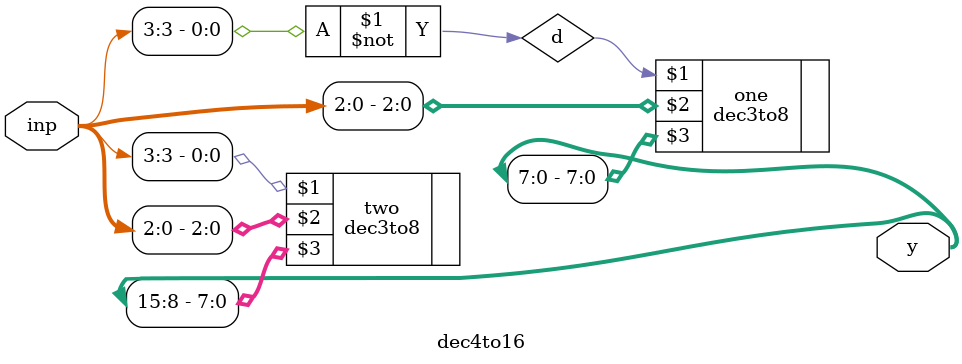
<source format=v>
`include "dec3to8.v"
module dec4to16(inp,y);
input [3:0]inp;
output [15:0]y;
wire d;
assign d = ~inp[3];
dec3to8 one(d,inp[2:0],y[7:0]);
dec3to8 two(inp[3],inp[2:0],y[15:8]);
endmodule
</source>
